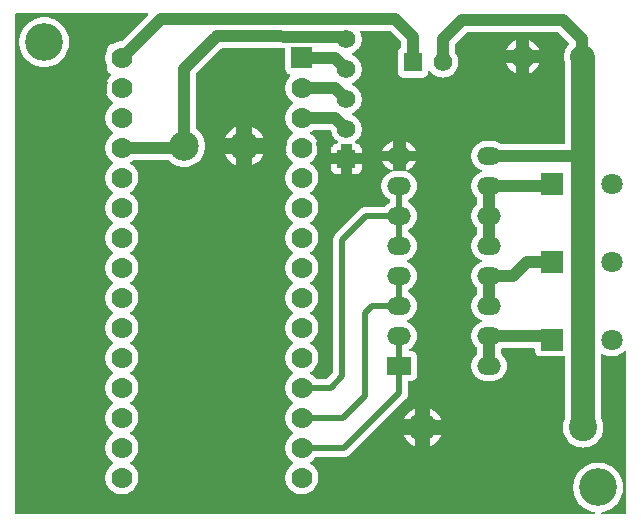
<source format=gtl>
G04 Layer: TopLayer*
G04 EasyEDA v6.5.34, 2023-08-04 19:03:51*
G04 bd8073a519a84a03b3240daa2bee514a,ed70181f279245e6aff80281ee7dc86a,10*
G04 Gerber Generator version 0.2*
G04 Scale: 100 percent, Rotated: No, Reflected: No *
G04 Dimensions in millimeters *
G04 leading zeros omitted , absolute positions ,4 integer and 5 decimal *
%FSLAX45Y45*%
%MOMM*%

%AMMACRO1*21,1,$1,$2,0,0,$3*%
%ADD10C,1.0160*%
%ADD11C,1.0000*%
%ADD12C,2.0000*%
%ADD13C,0.5080*%
%ADD14C,1.5748*%
%ADD15MACRO1,1.5748X1.5748X90.0000*%
%ADD16C,2.5000*%
%ADD17C,1.7780*%
%ADD18MACRO1,1.778X1.778X-90.0000*%
%ADD19C,2.4000*%
%ADD20O,1.9999959999999999X1.499997*%
%ADD21MACRO1,2X1.5X0.0000*%
%ADD22MACRO1,1.8X1.8X0.0000*%
%ADD23C,1.8000*%
%ADD24C,3.2000*%
%ADD25C,0.0104*%

%LPD*%
G36*
X7186168Y151384D02*
G01*
X7182256Y152146D01*
X7179005Y154381D01*
X7176770Y157632D01*
X7176008Y161544D01*
X7176008Y4383684D01*
X7176770Y4387545D01*
X7178954Y4390847D01*
X7182256Y4393082D01*
X7186168Y4393844D01*
X8288629Y4396486D01*
X8292490Y4395724D01*
X8295792Y4393539D01*
X8298027Y4390237D01*
X8298789Y4386326D01*
X8298027Y4382465D01*
X8295792Y4379163D01*
X8077403Y4160723D01*
X8074355Y4158640D01*
X8070799Y4157776D01*
X8062010Y4157268D01*
X8046262Y4154525D01*
X8030870Y4150055D01*
X8016138Y4143806D01*
X8008264Y4139336D01*
X8005876Y4138371D01*
X7992364Y4137253D01*
X7983728Y4134916D01*
X7975650Y4131157D01*
X7968284Y4126026D01*
X7961985Y4119676D01*
X7956854Y4112361D01*
X7953095Y4104284D01*
X7950758Y4095648D01*
X7949946Y4086301D01*
X7949946Y4076801D01*
X7949285Y4073093D01*
X7944662Y4061307D01*
X7940598Y4045864D01*
X7938312Y4030014D01*
X7937855Y4014012D01*
X7939227Y3998061D01*
X7942427Y3982364D01*
X7947355Y3967124D01*
X7949031Y3963466D01*
X7949946Y3959250D01*
X7949946Y3929684D01*
X7950758Y3920337D01*
X7953095Y3911701D01*
X7956854Y3903624D01*
X7961985Y3896309D01*
X7968284Y3890010D01*
X7975650Y3884879D01*
X7979816Y3882898D01*
X7983016Y3880561D01*
X7985048Y3877157D01*
X7985658Y3873246D01*
X7984744Y3869436D01*
X7982407Y3866235D01*
X7977479Y3861714D01*
X7966964Y3849624D01*
X7957972Y3836415D01*
X7950504Y3822242D01*
X7947609Y3814775D01*
X7949387Y3814775D01*
X7953146Y3814064D01*
X7956346Y3812032D01*
X7958581Y3808882D01*
X7959547Y3805174D01*
X7958988Y3801364D01*
X7954568Y3788257D01*
X7951419Y3773220D01*
X7950047Y3757828D01*
X7950504Y3742436D01*
X7953400Y3722370D01*
X7952384Y3718864D01*
X7950200Y3715918D01*
X7947101Y3713937D01*
X7954009Y3698595D01*
X7962290Y3684879D01*
X7972044Y3672179D01*
X7983220Y3660698D01*
X7995615Y3650589D01*
X8003286Y3645662D01*
X8006232Y3642766D01*
X8007807Y3638905D01*
X8007654Y3634740D01*
X8005876Y3630980D01*
X8002219Y3627932D01*
X7989265Y3618534D01*
X7977479Y3607714D01*
X7966964Y3595624D01*
X7957972Y3582415D01*
X7950504Y3568242D01*
X7944662Y3553307D01*
X7940598Y3537864D01*
X7938312Y3522014D01*
X7937855Y3506012D01*
X7939227Y3490061D01*
X7942427Y3474364D01*
X7947355Y3459124D01*
X7954009Y3444595D01*
X7962290Y3430879D01*
X7972044Y3418179D01*
X7983220Y3406698D01*
X7995615Y3396589D01*
X8003286Y3391662D01*
X8006232Y3388766D01*
X8007807Y3384905D01*
X8007654Y3380740D01*
X8005876Y3376980D01*
X8002219Y3373932D01*
X7989265Y3364534D01*
X7977479Y3353714D01*
X7966964Y3341624D01*
X7957972Y3328415D01*
X7950504Y3314242D01*
X7944662Y3299307D01*
X7940598Y3283864D01*
X7938312Y3268014D01*
X7937855Y3252012D01*
X7939227Y3236061D01*
X7942427Y3220364D01*
X7947355Y3205124D01*
X7954009Y3190595D01*
X7962290Y3176879D01*
X7972044Y3164179D01*
X7983220Y3152698D01*
X7995615Y3142589D01*
X8003286Y3137662D01*
X8006232Y3134766D01*
X8007807Y3130905D01*
X8007654Y3126740D01*
X8005876Y3122980D01*
X8002219Y3119932D01*
X7989265Y3110534D01*
X7977479Y3099714D01*
X7966964Y3087624D01*
X7957972Y3074416D01*
X7950504Y3060242D01*
X7944662Y3045307D01*
X7940598Y3029864D01*
X7938312Y3014014D01*
X7937855Y2998012D01*
X7939227Y2982061D01*
X7942427Y2966364D01*
X7947355Y2951124D01*
X7954009Y2936595D01*
X7962290Y2922879D01*
X7972044Y2910179D01*
X7983220Y2898698D01*
X7995615Y2888589D01*
X8003286Y2883662D01*
X8006232Y2880766D01*
X8007807Y2876905D01*
X8007654Y2872740D01*
X8005876Y2868980D01*
X8002219Y2865932D01*
X7989265Y2856534D01*
X7977479Y2845714D01*
X7966964Y2833624D01*
X7957972Y2820416D01*
X7950504Y2806242D01*
X7944662Y2791307D01*
X7940598Y2775864D01*
X7938312Y2760014D01*
X7937855Y2744012D01*
X7939227Y2728061D01*
X7942427Y2712364D01*
X7947355Y2697124D01*
X7954009Y2682595D01*
X7962290Y2668879D01*
X7972044Y2656179D01*
X7983220Y2644698D01*
X7995615Y2634589D01*
X8003286Y2629662D01*
X8006232Y2626766D01*
X8007807Y2622905D01*
X8007654Y2618740D01*
X8005876Y2614980D01*
X8002219Y2611932D01*
X7989265Y2602534D01*
X7977479Y2591714D01*
X7966964Y2579624D01*
X7957972Y2566416D01*
X7950504Y2552242D01*
X7944662Y2537307D01*
X7940598Y2521864D01*
X7938312Y2506014D01*
X7937855Y2490012D01*
X7939227Y2474061D01*
X7942427Y2458364D01*
X7947355Y2443124D01*
X7954009Y2428595D01*
X7962290Y2414879D01*
X7972044Y2402179D01*
X7983220Y2390698D01*
X7995615Y2380589D01*
X8003286Y2375662D01*
X8006232Y2372766D01*
X8007807Y2368905D01*
X8007654Y2364740D01*
X8005876Y2360980D01*
X8002219Y2357932D01*
X7989265Y2348534D01*
X7977479Y2337714D01*
X7966964Y2325624D01*
X7957972Y2312416D01*
X7950504Y2298242D01*
X7944662Y2283307D01*
X7940598Y2267864D01*
X7938312Y2252014D01*
X7937855Y2236012D01*
X7939227Y2220061D01*
X7942427Y2204364D01*
X7947355Y2189124D01*
X7954009Y2174595D01*
X7962290Y2160879D01*
X7972044Y2148179D01*
X7983220Y2136698D01*
X7995615Y2126589D01*
X8003286Y2121662D01*
X8006232Y2118766D01*
X8007807Y2114905D01*
X8007654Y2110740D01*
X8005876Y2106980D01*
X8002219Y2103932D01*
X7989265Y2094534D01*
X7977479Y2083714D01*
X7966964Y2071624D01*
X7957972Y2058416D01*
X7950504Y2044242D01*
X7944662Y2029307D01*
X7940598Y2013864D01*
X7938312Y1998014D01*
X7937855Y1982012D01*
X7939227Y1966061D01*
X7942427Y1950364D01*
X7947355Y1935124D01*
X7954009Y1920595D01*
X7962290Y1906879D01*
X7972044Y1894179D01*
X7983220Y1882698D01*
X7995615Y1872589D01*
X8003286Y1867662D01*
X8006232Y1864766D01*
X8007807Y1860905D01*
X8007654Y1856739D01*
X8005876Y1852980D01*
X8002219Y1849932D01*
X7989265Y1840534D01*
X7977479Y1829714D01*
X7966964Y1817624D01*
X7957972Y1804416D01*
X7950504Y1790242D01*
X7944662Y1775307D01*
X7940598Y1759864D01*
X7938312Y1744014D01*
X7937855Y1728012D01*
X7939227Y1712061D01*
X7942427Y1696364D01*
X7947355Y1681124D01*
X7954009Y1666595D01*
X7962290Y1652879D01*
X7972044Y1640179D01*
X7983220Y1628698D01*
X7995615Y1618589D01*
X8003286Y1613662D01*
X8006232Y1610766D01*
X8007807Y1606905D01*
X8007654Y1602740D01*
X8005876Y1598980D01*
X8002219Y1595932D01*
X7989265Y1586534D01*
X7977479Y1575714D01*
X7966964Y1563624D01*
X7957972Y1550416D01*
X7950504Y1536242D01*
X7944662Y1521307D01*
X7940598Y1505864D01*
X7938312Y1490014D01*
X7937855Y1474012D01*
X7939227Y1458061D01*
X7942427Y1442364D01*
X7947355Y1427124D01*
X7954009Y1412595D01*
X7962290Y1398879D01*
X7972044Y1386179D01*
X7983220Y1374698D01*
X7995615Y1364589D01*
X8003286Y1359662D01*
X8006232Y1356766D01*
X8007807Y1352905D01*
X8007654Y1348740D01*
X8005876Y1344980D01*
X8002219Y1341932D01*
X7989265Y1332534D01*
X7977479Y1321714D01*
X7966964Y1309624D01*
X7957972Y1296416D01*
X7950504Y1282242D01*
X7944662Y1267307D01*
X7940598Y1251864D01*
X7938312Y1236014D01*
X7937855Y1220012D01*
X7939227Y1204061D01*
X7942427Y1188364D01*
X7947355Y1173124D01*
X7954009Y1158595D01*
X7962290Y1144879D01*
X7972044Y1132179D01*
X7983220Y1120698D01*
X7995615Y1110589D01*
X8003286Y1105662D01*
X8006232Y1102766D01*
X8007807Y1098905D01*
X8007654Y1094740D01*
X8005876Y1090980D01*
X8002219Y1087932D01*
X7989265Y1078534D01*
X7977479Y1067714D01*
X7966964Y1055624D01*
X7957972Y1042416D01*
X7950504Y1028242D01*
X7944662Y1013307D01*
X7940598Y997864D01*
X7938312Y982014D01*
X7937855Y966012D01*
X7939227Y950061D01*
X7942427Y934364D01*
X7947355Y919124D01*
X7954009Y904595D01*
X7962290Y890879D01*
X7972044Y878179D01*
X7983220Y866698D01*
X7995615Y856589D01*
X8003286Y851662D01*
X8006232Y848766D01*
X8007807Y844905D01*
X8007654Y840740D01*
X8005876Y836980D01*
X8002219Y833932D01*
X7989265Y824534D01*
X7977479Y813714D01*
X7966964Y801624D01*
X7957972Y788416D01*
X7950504Y774242D01*
X7944662Y759307D01*
X7940598Y743864D01*
X7938312Y728014D01*
X7937855Y712012D01*
X7939227Y696061D01*
X7942427Y680364D01*
X7947355Y665124D01*
X7954009Y650595D01*
X7962290Y636879D01*
X7972044Y624179D01*
X7983220Y612698D01*
X7995615Y602589D01*
X8003286Y597662D01*
X8006232Y594766D01*
X8007807Y590905D01*
X8007654Y586740D01*
X8005876Y582980D01*
X8002219Y579932D01*
X7989265Y570534D01*
X7977479Y559714D01*
X7966964Y547624D01*
X7957972Y534416D01*
X7950504Y520242D01*
X7944662Y505307D01*
X7940598Y489864D01*
X7938312Y474014D01*
X7937855Y458012D01*
X7939227Y442061D01*
X7942427Y426364D01*
X7947355Y411124D01*
X7954009Y396595D01*
X7962290Y382879D01*
X7972044Y370179D01*
X7983220Y358698D01*
X7995615Y348589D01*
X8009077Y339953D01*
X8023453Y332841D01*
X8038490Y327507D01*
X8054086Y323850D01*
X8069986Y322021D01*
X8085988Y322021D01*
X8103006Y324002D01*
X8118043Y327660D01*
X8132572Y332841D01*
X8146948Y339953D01*
X8160410Y348589D01*
X8172805Y358698D01*
X8183930Y370179D01*
X8193735Y382879D01*
X8202015Y396595D01*
X8208619Y411124D01*
X8213598Y426364D01*
X8216747Y442061D01*
X8218119Y458012D01*
X8217662Y474014D01*
X8215426Y489864D01*
X8211312Y505307D01*
X8205520Y520242D01*
X8198053Y534416D01*
X8189010Y547624D01*
X8178546Y559714D01*
X8166760Y570534D01*
X8153247Y580237D01*
X8150098Y582980D01*
X8148320Y586740D01*
X8148218Y590905D01*
X8149793Y594766D01*
X8152739Y597662D01*
X8160410Y602589D01*
X8172805Y612698D01*
X8183930Y624179D01*
X8193735Y636879D01*
X8202015Y650595D01*
X8208619Y665124D01*
X8213598Y680364D01*
X8216747Y696061D01*
X8218119Y712012D01*
X8217662Y728014D01*
X8215426Y743864D01*
X8211312Y759307D01*
X8205520Y774242D01*
X8198053Y788416D01*
X8189010Y801624D01*
X8178546Y813714D01*
X8166760Y824534D01*
X8153247Y834237D01*
X8150098Y836980D01*
X8148320Y840740D01*
X8148218Y844905D01*
X8149793Y848766D01*
X8152739Y851662D01*
X8160410Y856589D01*
X8172805Y866698D01*
X8183930Y878179D01*
X8193735Y890879D01*
X8202015Y904595D01*
X8208619Y919124D01*
X8213598Y934364D01*
X8216747Y950061D01*
X8218119Y966012D01*
X8217662Y982014D01*
X8215426Y997864D01*
X8211312Y1013307D01*
X8205520Y1028242D01*
X8198053Y1042416D01*
X8189010Y1055624D01*
X8178546Y1067714D01*
X8166760Y1078534D01*
X8153247Y1088237D01*
X8150098Y1090980D01*
X8148320Y1094740D01*
X8148218Y1098905D01*
X8149793Y1102766D01*
X8152739Y1105662D01*
X8160410Y1110589D01*
X8172805Y1120698D01*
X8183930Y1132179D01*
X8193735Y1144879D01*
X8202015Y1158595D01*
X8208619Y1173124D01*
X8213598Y1188364D01*
X8216747Y1204061D01*
X8218119Y1220012D01*
X8217662Y1236014D01*
X8215426Y1251864D01*
X8211312Y1267307D01*
X8205520Y1282242D01*
X8198053Y1296416D01*
X8189010Y1309624D01*
X8178546Y1321714D01*
X8166760Y1332534D01*
X8153247Y1342237D01*
X8150098Y1344980D01*
X8148320Y1348740D01*
X8148218Y1352905D01*
X8149793Y1356766D01*
X8152739Y1359662D01*
X8160410Y1364589D01*
X8172805Y1374698D01*
X8183930Y1386179D01*
X8193735Y1398879D01*
X8202015Y1412595D01*
X8208619Y1427124D01*
X8213598Y1442364D01*
X8216747Y1458061D01*
X8218119Y1474012D01*
X8217662Y1490014D01*
X8215426Y1505864D01*
X8211312Y1521307D01*
X8205520Y1536242D01*
X8198053Y1550416D01*
X8189010Y1563624D01*
X8178546Y1575714D01*
X8166760Y1586534D01*
X8153247Y1596237D01*
X8150098Y1598980D01*
X8148320Y1602740D01*
X8148218Y1606905D01*
X8149793Y1610766D01*
X8152739Y1613662D01*
X8160410Y1618589D01*
X8172805Y1628698D01*
X8183930Y1640179D01*
X8193735Y1652879D01*
X8202015Y1666595D01*
X8208619Y1681124D01*
X8213598Y1696364D01*
X8216747Y1712061D01*
X8218119Y1728012D01*
X8217662Y1744014D01*
X8215426Y1759864D01*
X8211312Y1775307D01*
X8205520Y1790242D01*
X8198053Y1804416D01*
X8189010Y1817624D01*
X8178546Y1829714D01*
X8166760Y1840534D01*
X8153247Y1850237D01*
X8150098Y1852980D01*
X8148320Y1856739D01*
X8148218Y1860905D01*
X8149793Y1864766D01*
X8152739Y1867662D01*
X8160410Y1872589D01*
X8172805Y1882698D01*
X8183930Y1894179D01*
X8193735Y1906879D01*
X8202015Y1920595D01*
X8208619Y1935124D01*
X8213598Y1950364D01*
X8216747Y1966061D01*
X8218119Y1982012D01*
X8217662Y1998014D01*
X8215426Y2013864D01*
X8211312Y2029307D01*
X8205520Y2044242D01*
X8198053Y2058416D01*
X8189010Y2071624D01*
X8178546Y2083714D01*
X8166760Y2094534D01*
X8153247Y2104237D01*
X8150098Y2106980D01*
X8148320Y2110740D01*
X8148218Y2114905D01*
X8149793Y2118766D01*
X8152739Y2121662D01*
X8160410Y2126589D01*
X8172805Y2136698D01*
X8183930Y2148179D01*
X8193735Y2160879D01*
X8202015Y2174595D01*
X8208619Y2189124D01*
X8213598Y2204364D01*
X8216747Y2220061D01*
X8218119Y2236012D01*
X8217662Y2252014D01*
X8215426Y2267864D01*
X8211312Y2283307D01*
X8205520Y2298242D01*
X8198053Y2312416D01*
X8189010Y2325624D01*
X8178546Y2337714D01*
X8166760Y2348534D01*
X8153247Y2358237D01*
X8150098Y2360980D01*
X8148320Y2364740D01*
X8148218Y2368905D01*
X8149793Y2372766D01*
X8152739Y2375662D01*
X8160410Y2380589D01*
X8172805Y2390698D01*
X8183930Y2402179D01*
X8193735Y2414879D01*
X8202015Y2428595D01*
X8208619Y2443124D01*
X8213598Y2458364D01*
X8216747Y2474061D01*
X8218119Y2490012D01*
X8217662Y2506014D01*
X8215426Y2521864D01*
X8211312Y2537307D01*
X8205520Y2552242D01*
X8198053Y2566416D01*
X8189010Y2579624D01*
X8178546Y2591714D01*
X8166760Y2602534D01*
X8153247Y2612237D01*
X8150098Y2614980D01*
X8148320Y2618740D01*
X8148218Y2622905D01*
X8149793Y2626766D01*
X8152739Y2629662D01*
X8160410Y2634589D01*
X8172805Y2644698D01*
X8183930Y2656179D01*
X8193735Y2668879D01*
X8202015Y2682595D01*
X8208619Y2697124D01*
X8213598Y2712364D01*
X8216747Y2728061D01*
X8218119Y2744012D01*
X8217662Y2760014D01*
X8215426Y2775864D01*
X8211312Y2791307D01*
X8205520Y2806242D01*
X8198053Y2820416D01*
X8189010Y2833624D01*
X8178546Y2845714D01*
X8166760Y2856534D01*
X8153247Y2866237D01*
X8150098Y2868980D01*
X8148320Y2872740D01*
X8148218Y2876905D01*
X8149793Y2880766D01*
X8152739Y2883662D01*
X8160410Y2888589D01*
X8172805Y2898698D01*
X8183930Y2910179D01*
X8193735Y2922879D01*
X8202015Y2936595D01*
X8208619Y2951124D01*
X8213598Y2966364D01*
X8216747Y2982061D01*
X8218119Y2998012D01*
X8217662Y3014014D01*
X8215426Y3029864D01*
X8211312Y3045307D01*
X8205520Y3060242D01*
X8198053Y3074416D01*
X8189010Y3087624D01*
X8178546Y3099714D01*
X8166760Y3110534D01*
X8153247Y3120237D01*
X8150098Y3122980D01*
X8148320Y3126740D01*
X8148218Y3130905D01*
X8149793Y3134766D01*
X8152739Y3137662D01*
X8160410Y3142589D01*
X8172450Y3152444D01*
X8175447Y3154121D01*
X8178850Y3154730D01*
X8468207Y3154730D01*
X8472170Y3153918D01*
X8475522Y3151632D01*
X8486241Y3140608D01*
X8500211Y3128975D01*
X8515248Y3118866D01*
X8531250Y3110331D01*
X8548065Y3103473D01*
X8565489Y3098444D01*
X8583371Y3095142D01*
X8601456Y3093770D01*
X8619591Y3094228D01*
X8637625Y3096564D01*
X8655253Y3100730D01*
X8672423Y3106674D01*
X8688882Y3114395D01*
X8704427Y3123742D01*
X8718956Y3134614D01*
X8732266Y3146958D01*
X8744254Y3160572D01*
X8754770Y3175406D01*
X8763711Y3191205D01*
X8770975Y3207816D01*
X8776462Y3225088D01*
X8780221Y3242868D01*
X8782050Y3260902D01*
X8782050Y3279089D01*
X8780221Y3297123D01*
X8776462Y3314903D01*
X8770975Y3332175D01*
X8763711Y3348837D01*
X8754770Y3364636D01*
X8744254Y3379419D01*
X8732266Y3393033D01*
X8718956Y3405378D01*
X8711387Y3411067D01*
X8709202Y3413302D01*
X8707780Y3416096D01*
X8707323Y3419195D01*
X8707323Y3879900D01*
X8708085Y3883761D01*
X8710269Y3887063D01*
X8918854Y4095648D01*
X8922156Y4097832D01*
X8926068Y4098594D01*
X9451644Y4097629D01*
X9455556Y4096867D01*
X9458807Y4094683D01*
X9461042Y4091381D01*
X9461804Y4087469D01*
X9461804Y3929532D01*
X9462617Y3920185D01*
X9464903Y3911549D01*
X9468713Y3903472D01*
X9473844Y3896156D01*
X9480143Y3889806D01*
X9487458Y3884676D01*
X9495586Y3880916D01*
X9498482Y3880154D01*
X9502292Y3878173D01*
X9504984Y3874770D01*
X9506000Y3870604D01*
X9505188Y3866387D01*
X9502698Y3862832D01*
X9501479Y3861714D01*
X9490964Y3849624D01*
X9481972Y3836415D01*
X9474504Y3822242D01*
X9468662Y3807307D01*
X9464598Y3791864D01*
X9462312Y3776014D01*
X9461855Y3760012D01*
X9463227Y3744061D01*
X9466427Y3728364D01*
X9471355Y3713124D01*
X9478010Y3698595D01*
X9486290Y3684879D01*
X9496044Y3672179D01*
X9507220Y3660698D01*
X9519615Y3650589D01*
X9527286Y3645662D01*
X9530232Y3642766D01*
X9531807Y3638905D01*
X9531654Y3634740D01*
X9529876Y3630980D01*
X9526219Y3627932D01*
X9513265Y3618534D01*
X9501479Y3607714D01*
X9490964Y3595624D01*
X9481972Y3582415D01*
X9474504Y3568242D01*
X9468662Y3553307D01*
X9464598Y3537864D01*
X9462312Y3522014D01*
X9461855Y3506012D01*
X9463227Y3490061D01*
X9466427Y3474364D01*
X9471355Y3459124D01*
X9478010Y3444595D01*
X9486290Y3430879D01*
X9496044Y3418179D01*
X9507220Y3406698D01*
X9519615Y3396589D01*
X9527286Y3391662D01*
X9530232Y3388766D01*
X9531807Y3384905D01*
X9531654Y3380740D01*
X9529876Y3376980D01*
X9526219Y3373932D01*
X9513265Y3364534D01*
X9501479Y3353714D01*
X9490964Y3341624D01*
X9481972Y3328415D01*
X9474504Y3314242D01*
X9471507Y3306572D01*
X9475368Y3304844D01*
X9478213Y3301644D01*
X9479483Y3297631D01*
X9479026Y3293364D01*
X9474555Y3280257D01*
X9471406Y3265220D01*
X9470034Y3249828D01*
X9470491Y3234436D01*
X9473387Y3214471D01*
X9472472Y3211017D01*
X9470390Y3208121D01*
X9471355Y3205124D01*
X9478010Y3190595D01*
X9486290Y3176879D01*
X9496044Y3164179D01*
X9507220Y3152698D01*
X9519615Y3142589D01*
X9527286Y3137662D01*
X9530232Y3134766D01*
X9531807Y3130905D01*
X9531654Y3126740D01*
X9529876Y3122980D01*
X9526219Y3119932D01*
X9513265Y3110534D01*
X9501479Y3099714D01*
X9490964Y3087624D01*
X9481972Y3074416D01*
X9474504Y3060242D01*
X9468662Y3045307D01*
X9464598Y3029864D01*
X9462312Y3014014D01*
X9461855Y2998012D01*
X9463227Y2982061D01*
X9466427Y2966364D01*
X9471355Y2951124D01*
X9478010Y2936595D01*
X9486290Y2922879D01*
X9496044Y2910179D01*
X9507220Y2898698D01*
X9519615Y2888589D01*
X9527286Y2883662D01*
X9530232Y2880766D01*
X9531807Y2876905D01*
X9531654Y2872740D01*
X9529876Y2868980D01*
X9526219Y2865932D01*
X9513265Y2856534D01*
X9501479Y2845714D01*
X9490964Y2833624D01*
X9481972Y2820416D01*
X9474504Y2806242D01*
X9468662Y2791307D01*
X9464598Y2775864D01*
X9462312Y2760014D01*
X9461855Y2744012D01*
X9463227Y2728061D01*
X9466427Y2712364D01*
X9471355Y2697124D01*
X9478010Y2682595D01*
X9486290Y2668879D01*
X9496044Y2656179D01*
X9507220Y2644698D01*
X9519615Y2634589D01*
X9527286Y2629662D01*
X9530232Y2626766D01*
X9531807Y2622905D01*
X9531654Y2618740D01*
X9529876Y2614980D01*
X9526219Y2611932D01*
X9513265Y2602534D01*
X9501479Y2591714D01*
X9490964Y2579624D01*
X9481972Y2566416D01*
X9474504Y2552242D01*
X9468662Y2537307D01*
X9464598Y2521864D01*
X9462312Y2506014D01*
X9461855Y2490012D01*
X9463227Y2474061D01*
X9466427Y2458364D01*
X9471355Y2443124D01*
X9478010Y2428595D01*
X9486290Y2414879D01*
X9496044Y2402179D01*
X9507220Y2390698D01*
X9519615Y2380589D01*
X9527286Y2375662D01*
X9530232Y2372766D01*
X9531807Y2368905D01*
X9531654Y2364740D01*
X9529876Y2360980D01*
X9526219Y2357932D01*
X9513265Y2348534D01*
X9501479Y2337714D01*
X9490964Y2325624D01*
X9481972Y2312416D01*
X9474504Y2298242D01*
X9468662Y2283307D01*
X9464598Y2267864D01*
X9462312Y2252014D01*
X9461855Y2236012D01*
X9463227Y2220061D01*
X9466427Y2204364D01*
X9471355Y2189124D01*
X9478010Y2174595D01*
X9486290Y2160879D01*
X9496044Y2148179D01*
X9507220Y2136698D01*
X9519615Y2126589D01*
X9527286Y2121662D01*
X9530232Y2118766D01*
X9531807Y2114905D01*
X9531654Y2110740D01*
X9529876Y2106980D01*
X9526219Y2103932D01*
X9513265Y2094534D01*
X9501479Y2083714D01*
X9490964Y2071624D01*
X9481972Y2058416D01*
X9474504Y2044242D01*
X9468662Y2029307D01*
X9464598Y2013864D01*
X9462312Y1998014D01*
X9461855Y1982012D01*
X9463227Y1966061D01*
X9466427Y1950364D01*
X9471355Y1935124D01*
X9478010Y1920595D01*
X9486290Y1906879D01*
X9496044Y1894179D01*
X9507220Y1882698D01*
X9519615Y1872589D01*
X9527286Y1867662D01*
X9530232Y1864766D01*
X9531807Y1860905D01*
X9531654Y1856739D01*
X9529876Y1852980D01*
X9526219Y1849932D01*
X9513265Y1840534D01*
X9501479Y1829714D01*
X9490964Y1817624D01*
X9481972Y1804416D01*
X9474504Y1790242D01*
X9468662Y1775307D01*
X9464598Y1759864D01*
X9462312Y1744014D01*
X9461855Y1728012D01*
X9463227Y1712061D01*
X9466427Y1696364D01*
X9471355Y1681124D01*
X9478010Y1666595D01*
X9486290Y1652879D01*
X9496044Y1640179D01*
X9507220Y1628698D01*
X9519615Y1618589D01*
X9527286Y1613662D01*
X9530232Y1610766D01*
X9531807Y1606905D01*
X9531654Y1602740D01*
X9529876Y1598980D01*
X9526219Y1595932D01*
X9513265Y1586534D01*
X9501479Y1575714D01*
X9490964Y1563624D01*
X9481972Y1550416D01*
X9474504Y1536242D01*
X9468662Y1521307D01*
X9464598Y1505864D01*
X9462312Y1490014D01*
X9461855Y1474012D01*
X9463227Y1458061D01*
X9466427Y1442364D01*
X9471355Y1427124D01*
X9478010Y1412595D01*
X9486290Y1398879D01*
X9496044Y1386179D01*
X9507220Y1374698D01*
X9519615Y1364589D01*
X9527286Y1359662D01*
X9530232Y1356766D01*
X9531807Y1352905D01*
X9531654Y1348740D01*
X9529876Y1344980D01*
X9526219Y1341932D01*
X9513265Y1332534D01*
X9501479Y1321714D01*
X9490964Y1309624D01*
X9481972Y1296416D01*
X9474504Y1282242D01*
X9468662Y1267307D01*
X9464598Y1251864D01*
X9462312Y1236014D01*
X9461855Y1220012D01*
X9463227Y1204061D01*
X9466427Y1188364D01*
X9471355Y1173124D01*
X9478010Y1158595D01*
X9486290Y1144879D01*
X9496044Y1132179D01*
X9507220Y1120698D01*
X9519615Y1110589D01*
X9527286Y1105662D01*
X9530232Y1102766D01*
X9531807Y1098905D01*
X9531654Y1094740D01*
X9529876Y1090980D01*
X9526219Y1087932D01*
X9513265Y1078534D01*
X9501479Y1067714D01*
X9490964Y1055624D01*
X9481972Y1042416D01*
X9474504Y1028242D01*
X9468662Y1013307D01*
X9464598Y997864D01*
X9462312Y982014D01*
X9461855Y966012D01*
X9463227Y950061D01*
X9466427Y934364D01*
X9471355Y919124D01*
X9478010Y904595D01*
X9486290Y890879D01*
X9496044Y878179D01*
X9507220Y866698D01*
X9519615Y856589D01*
X9527286Y851662D01*
X9530232Y848766D01*
X9531807Y844905D01*
X9531654Y840740D01*
X9529876Y836980D01*
X9526219Y833932D01*
X9513265Y824534D01*
X9501479Y813714D01*
X9490964Y801624D01*
X9481972Y788416D01*
X9474504Y774242D01*
X9468662Y759307D01*
X9464598Y743864D01*
X9462312Y728014D01*
X9461855Y712012D01*
X9463227Y696061D01*
X9466427Y680364D01*
X9471355Y665124D01*
X9478010Y650595D01*
X9486290Y636879D01*
X9496044Y624179D01*
X9507220Y612698D01*
X9519615Y602589D01*
X9527286Y597662D01*
X9530232Y594766D01*
X9531807Y590905D01*
X9531654Y586740D01*
X9529876Y582980D01*
X9526219Y579932D01*
X9513265Y570534D01*
X9501479Y559714D01*
X9490964Y547624D01*
X9481972Y534416D01*
X9474504Y520242D01*
X9468662Y505307D01*
X9464598Y489864D01*
X9462312Y474014D01*
X9461855Y458012D01*
X9463227Y442061D01*
X9466427Y426364D01*
X9471355Y411124D01*
X9478010Y396595D01*
X9486290Y382879D01*
X9496044Y370179D01*
X9507220Y358698D01*
X9519615Y348589D01*
X9533077Y339953D01*
X9547453Y332841D01*
X9562541Y327456D01*
X9576968Y324002D01*
X9593986Y322021D01*
X9609988Y322021D01*
X9625888Y323850D01*
X9641484Y327507D01*
X9656572Y332841D01*
X9670948Y339953D01*
X9684410Y348589D01*
X9696805Y358698D01*
X9707930Y370179D01*
X9717735Y382879D01*
X9726015Y396595D01*
X9732619Y411124D01*
X9737598Y426364D01*
X9740747Y442061D01*
X9742119Y458012D01*
X9741662Y474014D01*
X9739426Y489864D01*
X9735312Y505307D01*
X9729520Y520242D01*
X9722053Y534416D01*
X9713010Y547624D01*
X9702546Y559714D01*
X9690760Y570534D01*
X9677247Y580237D01*
X9674098Y582980D01*
X9672320Y586740D01*
X9672218Y590905D01*
X9673793Y594766D01*
X9676739Y597662D01*
X9684410Y602589D01*
X9696805Y612698D01*
X9707930Y624179D01*
X9716566Y635355D01*
X9718802Y637489D01*
X9721545Y638810D01*
X9724593Y639267D01*
X9964267Y639368D01*
X9973208Y640181D01*
X9975697Y640588D01*
X9986772Y643534D01*
X9995052Y646988D01*
X9997287Y648106D01*
X10004958Y652729D01*
X10006990Y654151D01*
X10013899Y659892D01*
X10482783Y1128776D01*
X10488523Y1135684D01*
X10489946Y1137716D01*
X10494619Y1145438D01*
X10495737Y1147673D01*
X10499953Y1158290D01*
X10502087Y1167028D01*
X10502493Y1169466D01*
X10503357Y1178407D01*
X10503408Y1273251D01*
X10504170Y1277112D01*
X10506405Y1280414D01*
X10509656Y1282598D01*
X10513568Y1283411D01*
X10526268Y1283411D01*
X10535615Y1284224D01*
X10544251Y1286510D01*
X10552328Y1290320D01*
X10559643Y1295450D01*
X10565993Y1301750D01*
X10571124Y1309065D01*
X10574883Y1317142D01*
X10577169Y1325778D01*
X10578033Y1335125D01*
X10578033Y1484274D01*
X10577169Y1493621D01*
X10574883Y1502257D01*
X10571124Y1510334D01*
X10565993Y1517650D01*
X10559643Y1523949D01*
X10552328Y1529080D01*
X10544251Y1532890D01*
X10535615Y1535176D01*
X10526268Y1535988D01*
X10520578Y1535988D01*
X10516311Y1536954D01*
X10512856Y1539595D01*
X10510774Y1543456D01*
X10510570Y1547774D01*
X10512145Y1551838D01*
X10515346Y1554886D01*
X10523423Y1559763D01*
X10535462Y1569161D01*
X10546232Y1579930D01*
X10555630Y1591970D01*
X10563504Y1605026D01*
X10569803Y1618894D01*
X10574324Y1633474D01*
X10577068Y1648460D01*
X10577982Y1663700D01*
X10577068Y1678939D01*
X10574324Y1693925D01*
X10569803Y1708505D01*
X10563504Y1722374D01*
X10555630Y1735429D01*
X10546232Y1747469D01*
X10535462Y1758238D01*
X10523423Y1767636D01*
X10510367Y1775510D01*
X10497261Y1781454D01*
X10494111Y1783638D01*
X10491978Y1786889D01*
X10491266Y1790700D01*
X10491978Y1794510D01*
X10494111Y1797761D01*
X10497261Y1799945D01*
X10510367Y1805889D01*
X10523423Y1813763D01*
X10535462Y1823161D01*
X10546232Y1833930D01*
X10555630Y1845970D01*
X10563504Y1859025D01*
X10569803Y1872894D01*
X10574324Y1887474D01*
X10577068Y1902460D01*
X10577982Y1917700D01*
X10577068Y1932939D01*
X10574324Y1947925D01*
X10569803Y1962505D01*
X10563504Y1976374D01*
X10555630Y1989429D01*
X10546232Y2001469D01*
X10535462Y2012238D01*
X10523423Y2021636D01*
X10510367Y2029510D01*
X10506252Y2032203D01*
X10504119Y2035454D01*
X10503408Y2039213D01*
X10503408Y2050186D01*
X10504119Y2053945D01*
X10506252Y2057196D01*
X10510367Y2059889D01*
X10523423Y2067763D01*
X10535462Y2077161D01*
X10546232Y2087930D01*
X10555630Y2099970D01*
X10563504Y2113026D01*
X10569803Y2126894D01*
X10574324Y2141474D01*
X10577068Y2156460D01*
X10577982Y2171700D01*
X10577068Y2186940D01*
X10574324Y2201926D01*
X10569803Y2216505D01*
X10563504Y2230374D01*
X10555630Y2243429D01*
X10546232Y2255469D01*
X10535462Y2266238D01*
X10523423Y2275636D01*
X10510367Y2283510D01*
X10497261Y2289454D01*
X10494111Y2291638D01*
X10491978Y2294890D01*
X10491266Y2298700D01*
X10491978Y2302510D01*
X10494111Y2305761D01*
X10497261Y2307945D01*
X10510367Y2313889D01*
X10523423Y2321763D01*
X10535462Y2331161D01*
X10546232Y2341930D01*
X10555630Y2353970D01*
X10563504Y2367026D01*
X10569803Y2380894D01*
X10574324Y2395474D01*
X10577068Y2410460D01*
X10577982Y2425700D01*
X10577068Y2440940D01*
X10574324Y2455926D01*
X10569803Y2470505D01*
X10563504Y2484374D01*
X10555630Y2497429D01*
X10546232Y2509469D01*
X10535462Y2520238D01*
X10523423Y2529636D01*
X10510367Y2537510D01*
X10506252Y2540203D01*
X10504119Y2543454D01*
X10503408Y2547213D01*
X10503408Y2558186D01*
X10504119Y2561945D01*
X10506252Y2565196D01*
X10510367Y2567889D01*
X10523423Y2575763D01*
X10535462Y2585161D01*
X10546232Y2595930D01*
X10555630Y2607970D01*
X10563504Y2621026D01*
X10569803Y2634894D01*
X10574324Y2649474D01*
X10577068Y2664460D01*
X10577982Y2679700D01*
X10577068Y2694940D01*
X10574324Y2709926D01*
X10569803Y2724505D01*
X10563504Y2738374D01*
X10555630Y2751429D01*
X10546232Y2763469D01*
X10535462Y2774238D01*
X10523423Y2783636D01*
X10510367Y2791510D01*
X10506252Y2794203D01*
X10504119Y2797454D01*
X10503408Y2801213D01*
X10503408Y2812186D01*
X10504119Y2815945D01*
X10506252Y2819196D01*
X10510367Y2821889D01*
X10523423Y2829763D01*
X10535462Y2839161D01*
X10546232Y2849930D01*
X10555630Y2861970D01*
X10563504Y2875026D01*
X10569803Y2888894D01*
X10574324Y2903474D01*
X10577068Y2918460D01*
X10577982Y2933700D01*
X10577068Y2948940D01*
X10574324Y2963926D01*
X10569803Y2978505D01*
X10563504Y2992374D01*
X10555630Y3005429D01*
X10546232Y3017469D01*
X10535462Y3028238D01*
X10523423Y3037636D01*
X10510367Y3045510D01*
X10497261Y3051454D01*
X10494111Y3053638D01*
X10491978Y3056890D01*
X10491266Y3060700D01*
X10491978Y3064510D01*
X10494111Y3067761D01*
X10497261Y3069945D01*
X10510367Y3075889D01*
X10523423Y3083763D01*
X10535462Y3093161D01*
X10546232Y3103930D01*
X10555630Y3115970D01*
X10563504Y3129026D01*
X10569803Y3142894D01*
X10570057Y3143859D01*
X10483037Y3143859D01*
X10483037Y3068320D01*
X10482072Y3064002D01*
X10479379Y3060496D01*
X10475468Y3058464D01*
X10471048Y3058312D01*
X10466933Y3059074D01*
X10451388Y3059988D01*
X10402011Y3059988D01*
X10386466Y3059074D01*
X10382351Y3058312D01*
X10377932Y3058464D01*
X10374020Y3060496D01*
X10371328Y3064002D01*
X10370362Y3068320D01*
X10370362Y3143859D01*
X10283342Y3143859D01*
X10283596Y3142894D01*
X10289895Y3129026D01*
X10297769Y3115970D01*
X10307167Y3103930D01*
X10317937Y3093161D01*
X10329976Y3083763D01*
X10343032Y3075889D01*
X10356138Y3069945D01*
X10359288Y3067761D01*
X10361422Y3064510D01*
X10362133Y3060700D01*
X10361422Y3056890D01*
X10359288Y3053638D01*
X10356138Y3051454D01*
X10343032Y3045510D01*
X10329976Y3037636D01*
X10317937Y3028238D01*
X10307167Y3017469D01*
X10297769Y3005429D01*
X10289895Y2992374D01*
X10283596Y2978505D01*
X10279075Y2963926D01*
X10276332Y2948940D01*
X10275417Y2933700D01*
X10276332Y2918460D01*
X10279075Y2903474D01*
X10283596Y2888894D01*
X10289895Y2875026D01*
X10297769Y2861970D01*
X10307167Y2849930D01*
X10317937Y2839161D01*
X10329976Y2829763D01*
X10343032Y2821889D01*
X10347147Y2819196D01*
X10349280Y2815945D01*
X10349992Y2812186D01*
X10349992Y2801213D01*
X10349280Y2797454D01*
X10347147Y2794203D01*
X10343032Y2791510D01*
X10329976Y2783636D01*
X10317937Y2774238D01*
X10307167Y2763469D01*
X10304729Y2760319D01*
X10302494Y2758186D01*
X10299750Y2756865D01*
X10296702Y2756408D01*
X10144607Y2756357D01*
X10135666Y2755493D01*
X10133228Y2755087D01*
X10124490Y2752953D01*
X10113873Y2748737D01*
X10111638Y2747619D01*
X10103916Y2742946D01*
X10101884Y2741523D01*
X10094976Y2735783D01*
X9888016Y2528824D01*
X9882276Y2521915D01*
X9880854Y2519883D01*
X9876180Y2512161D01*
X9875062Y2509926D01*
X9870846Y2499309D01*
X9868712Y2490571D01*
X9868306Y2488133D01*
X9867442Y2479192D01*
X9867392Y1356766D01*
X9866630Y1352905D01*
X9864394Y1349603D01*
X9818522Y1303680D01*
X9815220Y1301496D01*
X9811308Y1300683D01*
X9724491Y1300683D01*
X9721240Y1301242D01*
X9718344Y1302766D01*
X9716058Y1305153D01*
X9713010Y1309624D01*
X9702546Y1321714D01*
X9690760Y1332534D01*
X9677247Y1342237D01*
X9674098Y1344980D01*
X9672320Y1348740D01*
X9672218Y1352905D01*
X9673793Y1356766D01*
X9676739Y1359662D01*
X9684410Y1364589D01*
X9696805Y1374698D01*
X9707930Y1386179D01*
X9717735Y1398879D01*
X9726015Y1412595D01*
X9732619Y1427124D01*
X9737598Y1442364D01*
X9740747Y1458061D01*
X9742119Y1474012D01*
X9741662Y1490014D01*
X9739426Y1505864D01*
X9735312Y1521307D01*
X9729520Y1536242D01*
X9722053Y1550416D01*
X9713010Y1563624D01*
X9702546Y1575714D01*
X9690760Y1586534D01*
X9677247Y1596237D01*
X9674098Y1598980D01*
X9672320Y1602740D01*
X9672218Y1606905D01*
X9673793Y1610766D01*
X9676739Y1613662D01*
X9684410Y1618589D01*
X9696805Y1628698D01*
X9707930Y1640179D01*
X9717735Y1652879D01*
X9726015Y1666595D01*
X9732619Y1681124D01*
X9737598Y1696364D01*
X9740747Y1712061D01*
X9742119Y1728012D01*
X9741662Y1744014D01*
X9739426Y1759864D01*
X9735312Y1775307D01*
X9729520Y1790242D01*
X9722053Y1804416D01*
X9713010Y1817624D01*
X9702546Y1829714D01*
X9690760Y1840534D01*
X9677247Y1850237D01*
X9674098Y1852980D01*
X9672320Y1856739D01*
X9672218Y1860905D01*
X9673793Y1864766D01*
X9676739Y1867662D01*
X9684410Y1872589D01*
X9696805Y1882698D01*
X9707930Y1894179D01*
X9717735Y1906879D01*
X9726015Y1920595D01*
X9732619Y1935124D01*
X9737598Y1950364D01*
X9740747Y1966061D01*
X9742119Y1982012D01*
X9741662Y1998014D01*
X9739426Y2013864D01*
X9735312Y2029307D01*
X9729520Y2044242D01*
X9722053Y2058416D01*
X9713010Y2071624D01*
X9702546Y2083714D01*
X9690760Y2094534D01*
X9677247Y2104237D01*
X9674098Y2106980D01*
X9672320Y2110740D01*
X9672218Y2114905D01*
X9673793Y2118766D01*
X9676739Y2121662D01*
X9684410Y2126589D01*
X9696805Y2136698D01*
X9707930Y2148179D01*
X9717735Y2160879D01*
X9726015Y2174595D01*
X9732619Y2189124D01*
X9737598Y2204364D01*
X9740747Y2220061D01*
X9742119Y2236012D01*
X9741662Y2252014D01*
X9739426Y2267864D01*
X9735312Y2283307D01*
X9729520Y2298242D01*
X9722053Y2312416D01*
X9713010Y2325624D01*
X9702546Y2337714D01*
X9690760Y2348534D01*
X9677247Y2358237D01*
X9674098Y2360980D01*
X9672320Y2364740D01*
X9672218Y2368905D01*
X9673793Y2372766D01*
X9676739Y2375662D01*
X9684410Y2380589D01*
X9696805Y2390698D01*
X9707930Y2402179D01*
X9717735Y2414879D01*
X9726015Y2428595D01*
X9732619Y2443124D01*
X9737598Y2458364D01*
X9740747Y2474061D01*
X9742119Y2490012D01*
X9741662Y2506014D01*
X9739426Y2521864D01*
X9735312Y2537307D01*
X9729520Y2552242D01*
X9722053Y2566416D01*
X9713010Y2579624D01*
X9702546Y2591714D01*
X9690760Y2602534D01*
X9677247Y2612237D01*
X9674098Y2614980D01*
X9672320Y2618740D01*
X9672218Y2622905D01*
X9673793Y2626766D01*
X9676739Y2629662D01*
X9684410Y2634589D01*
X9696805Y2644698D01*
X9707930Y2656179D01*
X9717735Y2668879D01*
X9726015Y2682595D01*
X9732619Y2697124D01*
X9737598Y2712364D01*
X9740747Y2728061D01*
X9742119Y2744012D01*
X9741662Y2760014D01*
X9739426Y2775864D01*
X9735312Y2791307D01*
X9729520Y2806242D01*
X9722053Y2820416D01*
X9713010Y2833624D01*
X9702546Y2845714D01*
X9690760Y2856534D01*
X9677247Y2866237D01*
X9674098Y2868980D01*
X9672320Y2872740D01*
X9672218Y2876905D01*
X9673793Y2880766D01*
X9676739Y2883662D01*
X9684410Y2888589D01*
X9696805Y2898698D01*
X9707930Y2910179D01*
X9717735Y2922879D01*
X9726015Y2936595D01*
X9732619Y2951124D01*
X9737598Y2966364D01*
X9740747Y2982061D01*
X9742119Y2998012D01*
X9741662Y3014014D01*
X9739426Y3029864D01*
X9735312Y3045307D01*
X9729520Y3060242D01*
X9722053Y3074416D01*
X9713010Y3087624D01*
X9702546Y3099714D01*
X9690760Y3110534D01*
X9677247Y3120237D01*
X9674098Y3122980D01*
X9672320Y3126740D01*
X9672218Y3130905D01*
X9673793Y3134766D01*
X9676739Y3137662D01*
X9684410Y3142589D01*
X9696805Y3152698D01*
X9707930Y3164179D01*
X9717735Y3176879D01*
X9726015Y3190595D01*
X9732924Y3205937D01*
X9729825Y3207918D01*
X9727641Y3210864D01*
X9726625Y3214370D01*
X9729520Y3234436D01*
X9729978Y3249828D01*
X9728606Y3265220D01*
X9725456Y3280257D01*
X9720986Y3293364D01*
X9720478Y3297174D01*
X9721392Y3300882D01*
X9723628Y3304032D01*
X9726879Y3306064D01*
X9730638Y3306775D01*
X9732416Y3306775D01*
X9729520Y3314242D01*
X9722053Y3328415D01*
X9713010Y3341624D01*
X9702546Y3353714D01*
X9690760Y3364534D01*
X9677247Y3374237D01*
X9674098Y3376980D01*
X9672320Y3380740D01*
X9672218Y3384905D01*
X9673793Y3388766D01*
X9676739Y3391662D01*
X9684410Y3396589D01*
X9695484Y3405632D01*
X9698482Y3407308D01*
X9701885Y3407918D01*
X9839452Y3407918D01*
X9843312Y3407156D01*
X9846614Y3404920D01*
X9850221Y3400704D01*
X9851237Y3397961D01*
X9854590Y3381705D01*
X9859518Y3367125D01*
X9866122Y3353206D01*
X9874351Y3340201D01*
X9884054Y3328212D01*
X9895128Y3317494D01*
X9904882Y3310077D01*
X9907524Y3307029D01*
X9908794Y3303168D01*
X9908438Y3299155D01*
X9906558Y3295599D01*
X9903460Y3293008D01*
X9899599Y3291840D01*
X9892385Y3291230D01*
X9883749Y3288944D01*
X9875621Y3285134D01*
X9868306Y3280003D01*
X9862007Y3273704D01*
X9856876Y3266389D01*
X9853066Y3258261D01*
X9850780Y3249625D01*
X9849967Y3240278D01*
X9849967Y3207715D01*
X9934295Y3207715D01*
X9934295Y3280511D01*
X9935006Y3284220D01*
X9936988Y3287420D01*
X9940036Y3289655D01*
X9943642Y3290671D01*
X9947402Y3290214D01*
X9949484Y3289604D01*
X9964623Y3286861D01*
X9980015Y3285947D01*
X9995408Y3286861D01*
X10010546Y3289604D01*
X10012578Y3290214D01*
X10016337Y3290671D01*
X10019995Y3289655D01*
X10023043Y3287420D01*
X10025024Y3284220D01*
X10025735Y3280511D01*
X10025735Y3207715D01*
X10110063Y3207715D01*
X10110063Y3240278D01*
X10109250Y3249625D01*
X10106914Y3258261D01*
X10103154Y3266389D01*
X10098024Y3273704D01*
X10091724Y3280003D01*
X10084358Y3285134D01*
X10076281Y3288944D01*
X10067645Y3291230D01*
X10060432Y3291840D01*
X10056571Y3293008D01*
X10053421Y3295599D01*
X10051542Y3299155D01*
X10051237Y3303168D01*
X10052507Y3307029D01*
X10055148Y3310077D01*
X10064902Y3317494D01*
X10075926Y3328212D01*
X10085628Y3340201D01*
X10093858Y3353206D01*
X10100513Y3367125D01*
X10105440Y3381705D01*
X10108590Y3396792D01*
X10109962Y3412134D01*
X10109504Y3427526D01*
X10107269Y3442766D01*
X10103205Y3457651D01*
X10097414Y3471926D01*
X10089946Y3485438D01*
X10080955Y3497935D01*
X10070592Y3509314D01*
X10058908Y3519373D01*
X10046106Y3527958D01*
X10034371Y3534003D01*
X10031374Y3536340D01*
X10029444Y3539591D01*
X10028834Y3543350D01*
X10029647Y3547059D01*
X10031780Y3550208D01*
X10034879Y3552342D01*
X10039400Y3554323D01*
X10052659Y3562146D01*
X10064902Y3571494D01*
X10075926Y3582212D01*
X10085628Y3594201D01*
X10093858Y3607206D01*
X10100513Y3621125D01*
X10105440Y3635705D01*
X10108590Y3650792D01*
X10109962Y3666134D01*
X10109504Y3681526D01*
X10107269Y3696766D01*
X10103205Y3711651D01*
X10097414Y3725926D01*
X10089946Y3739438D01*
X10080955Y3751935D01*
X10070592Y3763314D01*
X10058908Y3773373D01*
X10046106Y3781958D01*
X10034371Y3788003D01*
X10031374Y3790340D01*
X10029444Y3793591D01*
X10028834Y3797350D01*
X10029647Y3801059D01*
X10031780Y3804208D01*
X10034879Y3806342D01*
X10039400Y3808323D01*
X10052659Y3816146D01*
X10064902Y3825494D01*
X10075926Y3836212D01*
X10085628Y3848201D01*
X10093858Y3861206D01*
X10100513Y3875125D01*
X10105440Y3889705D01*
X10108590Y3904792D01*
X10109962Y3920134D01*
X10109504Y3935526D01*
X10107269Y3950766D01*
X10103205Y3965651D01*
X10097414Y3979926D01*
X10089946Y3993438D01*
X10080955Y4005935D01*
X10070592Y4017314D01*
X10058908Y4027373D01*
X10046106Y4035958D01*
X10034371Y4042003D01*
X10031374Y4044340D01*
X10029444Y4047591D01*
X10028834Y4051350D01*
X10029647Y4055059D01*
X10031780Y4058208D01*
X10034879Y4060342D01*
X10039400Y4062323D01*
X10052659Y4070146D01*
X10064902Y4079494D01*
X10075926Y4090212D01*
X10085628Y4102201D01*
X10093858Y4115206D01*
X10100513Y4129125D01*
X10105440Y4143705D01*
X10108590Y4158792D01*
X10109962Y4174134D01*
X10109504Y4189526D01*
X10107269Y4204766D01*
X10103205Y4219651D01*
X10097058Y4234688D01*
X10096296Y4238599D01*
X10097058Y4242460D01*
X10099294Y4245711D01*
X10102596Y4247946D01*
X10106456Y4248708D01*
X10343946Y4248708D01*
X10347858Y4247946D01*
X10351160Y4245711D01*
X10438739Y4158132D01*
X10440974Y4154830D01*
X10441736Y4150918D01*
X10441736Y4110583D01*
X10441228Y4107383D01*
X10439704Y4104538D01*
X10437368Y4102252D01*
X10431322Y4098036D01*
X10424972Y4091686D01*
X10419842Y4084370D01*
X10416082Y4076293D01*
X10413796Y4067657D01*
X10412984Y4058310D01*
X10412984Y3901694D01*
X10413796Y3892346D01*
X10416082Y3883710D01*
X10419842Y3875633D01*
X10424972Y3868318D01*
X10431322Y3861968D01*
X10438638Y3856837D01*
X10446715Y3853078D01*
X10455351Y3850792D01*
X10464698Y3849928D01*
X10621314Y3849928D01*
X10630662Y3850792D01*
X10639298Y3853078D01*
X10647375Y3856837D01*
X10654690Y3861968D01*
X10661040Y3868318D01*
X10666171Y3875633D01*
X10669930Y3883710D01*
X10672267Y3892448D01*
X10672978Y3899306D01*
X10674146Y3903116D01*
X10676686Y3906164D01*
X10680192Y3907993D01*
X10684154Y3908348D01*
X10687913Y3907180D01*
X10690961Y3904640D01*
X10701070Y3892245D01*
X10712145Y3881526D01*
X10724388Y3872179D01*
X10737646Y3864305D01*
X10751718Y3858107D01*
X10766450Y3853586D01*
X10781639Y3850894D01*
X10797032Y3849979D01*
X10812373Y3850894D01*
X10827562Y3853586D01*
X10842294Y3858107D01*
X10856366Y3864305D01*
X10869625Y3872179D01*
X10881868Y3881526D01*
X10892942Y3892245D01*
X10902645Y3904183D01*
X10910874Y3917238D01*
X10917529Y3931158D01*
X10922457Y3945737D01*
X10925606Y3960825D01*
X10926978Y3976166D01*
X10926521Y3991559D01*
X10924235Y4006799D01*
X10920171Y4021632D01*
X10914380Y4035907D01*
X10906963Y4049420D01*
X10900257Y4058767D01*
X10898835Y4061561D01*
X10898327Y4064711D01*
X10898327Y4130852D01*
X10899089Y4134764D01*
X10901324Y4138066D01*
X10999063Y4235805D01*
X11002365Y4238040D01*
X11006277Y4238802D01*
X11763806Y4238802D01*
X11767718Y4238040D01*
X11771020Y4235805D01*
X11862765Y4144060D01*
X11864949Y4140809D01*
X11865711Y4136999D01*
X11865051Y4133189D01*
X11862968Y4129887D01*
X11857228Y4123842D01*
X11847322Y4110786D01*
X11839498Y4097934D01*
X11832386Y4082846D01*
X11826951Y4067048D01*
X11823293Y4050792D01*
X11821464Y4034231D01*
X11821464Y4017721D01*
X11823242Y4001414D01*
X11826748Y3985412D01*
X11831167Y3972356D01*
X11831726Y3969105D01*
X11831726Y3299155D01*
X11830913Y3295294D01*
X11828729Y3291992D01*
X11825427Y3289757D01*
X11821566Y3288995D01*
X11292281Y3288995D01*
X11288979Y3289554D01*
X11272367Y3299510D01*
X11258499Y3305759D01*
X11243919Y3310331D01*
X11228933Y3313074D01*
X11213388Y3313988D01*
X11164011Y3313988D01*
X11148466Y3313074D01*
X11133480Y3310331D01*
X11118900Y3305759D01*
X11105032Y3299510D01*
X11091976Y3291636D01*
X11079937Y3282238D01*
X11069167Y3271469D01*
X11059769Y3259429D01*
X11051895Y3246374D01*
X11045596Y3232505D01*
X11041075Y3217926D01*
X11038332Y3202940D01*
X11037417Y3187700D01*
X11038332Y3172460D01*
X11041075Y3157474D01*
X11045596Y3142894D01*
X11051895Y3129026D01*
X11059769Y3115970D01*
X11069167Y3103930D01*
X11079937Y3093161D01*
X11091976Y3083763D01*
X11105032Y3075889D01*
X11118138Y3069945D01*
X11121288Y3067761D01*
X11123422Y3064510D01*
X11124133Y3060700D01*
X11123422Y3056890D01*
X11121288Y3053638D01*
X11118138Y3051454D01*
X11105032Y3045510D01*
X11091976Y3037636D01*
X11079937Y3028238D01*
X11069167Y3017469D01*
X11059769Y3005429D01*
X11051895Y2992374D01*
X11045596Y2978505D01*
X11041075Y2963926D01*
X11038332Y2948940D01*
X11037417Y2933700D01*
X11038332Y2918460D01*
X11041075Y2903474D01*
X11045596Y2888894D01*
X11051895Y2875026D01*
X11059769Y2861970D01*
X11069167Y2849930D01*
X11079937Y2839161D01*
X11082680Y2837027D01*
X11084814Y2834792D01*
X11086134Y2832049D01*
X11086592Y2829001D01*
X11086592Y2784398D01*
X11086134Y2781350D01*
X11084814Y2778607D01*
X11082680Y2776372D01*
X11079937Y2774238D01*
X11069167Y2763469D01*
X11059769Y2751429D01*
X11051895Y2738374D01*
X11045596Y2724505D01*
X11041075Y2709926D01*
X11038332Y2694940D01*
X11037417Y2679700D01*
X11038332Y2664460D01*
X11041075Y2649474D01*
X11045596Y2634894D01*
X11051895Y2621026D01*
X11059769Y2607970D01*
X11069167Y2595930D01*
X11079937Y2585161D01*
X11082680Y2583027D01*
X11084814Y2580792D01*
X11086134Y2578049D01*
X11086592Y2575001D01*
X11086592Y2530398D01*
X11086134Y2527350D01*
X11084814Y2524607D01*
X11082680Y2522372D01*
X11079937Y2520238D01*
X11069167Y2509469D01*
X11059769Y2497429D01*
X11051895Y2484374D01*
X11045596Y2470505D01*
X11041075Y2455926D01*
X11038332Y2440940D01*
X11037417Y2425700D01*
X11038332Y2410460D01*
X11041075Y2395474D01*
X11045596Y2380894D01*
X11051895Y2367026D01*
X11059769Y2353970D01*
X11069167Y2341930D01*
X11079937Y2331161D01*
X11091976Y2321763D01*
X11105032Y2313889D01*
X11118138Y2307945D01*
X11121288Y2305761D01*
X11123422Y2302510D01*
X11124133Y2298700D01*
X11123422Y2294890D01*
X11121288Y2291638D01*
X11118138Y2289454D01*
X11105032Y2283510D01*
X11091976Y2275636D01*
X11079937Y2266238D01*
X11069167Y2255469D01*
X11059769Y2243429D01*
X11051895Y2230374D01*
X11045596Y2216505D01*
X11041075Y2201926D01*
X11038332Y2186940D01*
X11037417Y2171700D01*
X11038332Y2156460D01*
X11041075Y2141474D01*
X11045596Y2126894D01*
X11051895Y2113026D01*
X11059769Y2099970D01*
X11069167Y2087930D01*
X11079937Y2077161D01*
X11084001Y2074011D01*
X11086084Y2071776D01*
X11087455Y2069033D01*
X11087912Y2065985D01*
X11087912Y2023414D01*
X11087455Y2020366D01*
X11086084Y2017623D01*
X11084001Y2015388D01*
X11079937Y2012238D01*
X11069167Y2001469D01*
X11059769Y1989429D01*
X11051895Y1976374D01*
X11045596Y1962505D01*
X11041075Y1947925D01*
X11038332Y1932939D01*
X11037417Y1917700D01*
X11038332Y1902460D01*
X11041075Y1887474D01*
X11045596Y1872894D01*
X11051895Y1859025D01*
X11059769Y1845970D01*
X11069167Y1833930D01*
X11079937Y1823161D01*
X11091976Y1813763D01*
X11105032Y1805889D01*
X11118138Y1799945D01*
X11121288Y1797761D01*
X11123422Y1794510D01*
X11124133Y1790700D01*
X11123422Y1786889D01*
X11121288Y1783638D01*
X11118138Y1781454D01*
X11105032Y1775510D01*
X11091976Y1767636D01*
X11079937Y1758238D01*
X11069167Y1747469D01*
X11059769Y1735429D01*
X11051895Y1722374D01*
X11045596Y1708505D01*
X11041075Y1693925D01*
X11038332Y1678939D01*
X11037417Y1663700D01*
X11038332Y1648460D01*
X11041075Y1633474D01*
X11045596Y1618894D01*
X11051895Y1605026D01*
X11059769Y1591970D01*
X11069167Y1579930D01*
X11079937Y1569161D01*
X11082680Y1567027D01*
X11084814Y1564792D01*
X11086134Y1562049D01*
X11086592Y1559001D01*
X11086592Y1514398D01*
X11086134Y1511350D01*
X11084814Y1508607D01*
X11082680Y1506372D01*
X11079937Y1504238D01*
X11069167Y1493469D01*
X11059769Y1481429D01*
X11051895Y1468374D01*
X11045596Y1454505D01*
X11041075Y1439926D01*
X11038332Y1424940D01*
X11037417Y1409700D01*
X11038332Y1394460D01*
X11041075Y1379474D01*
X11045596Y1364894D01*
X11051895Y1351026D01*
X11059769Y1337970D01*
X11069167Y1325930D01*
X11079937Y1315161D01*
X11091976Y1305763D01*
X11105032Y1297889D01*
X11118900Y1291640D01*
X11133480Y1287068D01*
X11148466Y1284325D01*
X11164011Y1283411D01*
X11213388Y1283411D01*
X11228933Y1284325D01*
X11243919Y1287068D01*
X11258499Y1291640D01*
X11272367Y1297889D01*
X11285423Y1305763D01*
X11297462Y1315161D01*
X11308232Y1325930D01*
X11317630Y1337970D01*
X11325504Y1351026D01*
X11331803Y1364894D01*
X11336324Y1379474D01*
X11339068Y1394460D01*
X11339982Y1409700D01*
X11339068Y1424940D01*
X11336324Y1439926D01*
X11331803Y1454505D01*
X11325504Y1468374D01*
X11317630Y1481429D01*
X11308232Y1493469D01*
X11297462Y1504238D01*
X11294719Y1506372D01*
X11292586Y1508607D01*
X11291265Y1511350D01*
X11290808Y1514398D01*
X11290808Y1551432D01*
X11291570Y1555343D01*
X11293805Y1558594D01*
X11297056Y1560830D01*
X11300968Y1561592D01*
X11564518Y1561592D01*
X11568430Y1560830D01*
X11571732Y1558594D01*
X11573916Y1555343D01*
X11574678Y1551432D01*
X11574678Y1540459D01*
X11575491Y1531112D01*
X11577828Y1522476D01*
X11581587Y1514348D01*
X11586718Y1507032D01*
X11593068Y1500733D01*
X11600383Y1495602D01*
X11608460Y1491843D01*
X11617096Y1489506D01*
X11626443Y1488694D01*
X11805564Y1488694D01*
X11814911Y1489506D01*
X11818924Y1490573D01*
X11822582Y1490878D01*
X11826138Y1489811D01*
X11829084Y1487576D01*
X11831015Y1484426D01*
X11831726Y1480769D01*
X11831726Y971397D01*
X11831421Y969010D01*
X11830608Y966774D01*
X11826443Y958646D01*
X11820042Y941933D01*
X11815419Y924610D01*
X11812574Y906881D01*
X11811660Y889000D01*
X11812574Y871118D01*
X11815419Y853389D01*
X11820042Y836066D01*
X11826443Y819353D01*
X11834622Y803351D01*
X11844375Y788314D01*
X11855653Y774395D01*
X11868353Y761695D01*
X11882272Y750417D01*
X11897309Y740664D01*
X11913260Y732536D01*
X11930024Y726084D01*
X11947347Y721461D01*
X11965025Y718667D01*
X11982958Y717702D01*
X12000839Y718667D01*
X12018568Y721461D01*
X12035891Y726084D01*
X12052604Y732536D01*
X12068606Y740664D01*
X12083643Y750417D01*
X12097562Y761695D01*
X12110262Y774395D01*
X12121540Y788314D01*
X12131294Y803351D01*
X12139422Y819353D01*
X12145873Y836066D01*
X12150496Y853389D01*
X12153290Y871118D01*
X12154255Y889000D01*
X12153290Y906881D01*
X12150496Y924610D01*
X12145873Y941933D01*
X12139422Y958646D01*
X12135408Y966520D01*
X12134596Y968806D01*
X12134342Y971143D01*
X12134342Y1501394D01*
X12135205Y1505559D01*
X12137745Y1508963D01*
X12141454Y1511046D01*
X12145670Y1511452D01*
X12149734Y1510080D01*
X12158065Y1505051D01*
X12172746Y1498346D01*
X12188088Y1493367D01*
X12203887Y1490167D01*
X12219990Y1488744D01*
X12236094Y1489252D01*
X12252045Y1491538D01*
X12267692Y1495602D01*
X12282678Y1501495D01*
X12296952Y1509014D01*
X12310262Y1518107D01*
X12322454Y1528673D01*
X12331090Y1538020D01*
X12334341Y1540408D01*
X12338253Y1541322D01*
X12342266Y1540662D01*
X12345619Y1538478D01*
X12347905Y1535125D01*
X12348718Y1531162D01*
X12348718Y161544D01*
X12347956Y157632D01*
X12345720Y154381D01*
X12342469Y152146D01*
X12338558Y151384D01*
X12145467Y151384D01*
X12141301Y152298D01*
X12137847Y154787D01*
X12135764Y158496D01*
X12135358Y162712D01*
X12136729Y166725D01*
X12139625Y169875D01*
X12143536Y171500D01*
X12159843Y174650D01*
X12179096Y180340D01*
X12197791Y187807D01*
X12215672Y197002D01*
X12232589Y207873D01*
X12248388Y220319D01*
X12262916Y234188D01*
X12276074Y249377D01*
X12287758Y265785D01*
X12297816Y283159D01*
X12306147Y301447D01*
X12312751Y320446D01*
X12317476Y340004D01*
X12320320Y359918D01*
X12321286Y379984D01*
X12320320Y400100D01*
X12317476Y419963D01*
X12312751Y439521D01*
X12306147Y458520D01*
X12297816Y476808D01*
X12287758Y494233D01*
X12276074Y510590D01*
X12262916Y525830D01*
X12248388Y539699D01*
X12232589Y552094D01*
X12215672Y562965D01*
X12197791Y572211D01*
X12179096Y579678D01*
X12159843Y585317D01*
X12140082Y589127D01*
X12120067Y591058D01*
X12099950Y591058D01*
X12079935Y589127D01*
X12060174Y585317D01*
X12040920Y579678D01*
X12022226Y572211D01*
X12004344Y562965D01*
X11987428Y552094D01*
X11971629Y539699D01*
X11957100Y525830D01*
X11943892Y510590D01*
X11932259Y494233D01*
X11922201Y476808D01*
X11913870Y458520D01*
X11907266Y439521D01*
X11902541Y419963D01*
X11899646Y400100D01*
X11898731Y379984D01*
X11899646Y359918D01*
X11902541Y340004D01*
X11907266Y320446D01*
X11913870Y301447D01*
X11922201Y283159D01*
X11932259Y265785D01*
X11943892Y249377D01*
X11957100Y234188D01*
X11971629Y220319D01*
X11987428Y207873D01*
X12004344Y197002D01*
X12022226Y187807D01*
X12040920Y180340D01*
X12060174Y174650D01*
X12076480Y171500D01*
X12080392Y169875D01*
X12083288Y166725D01*
X12084659Y162712D01*
X12084253Y158496D01*
X12082119Y154787D01*
X12078716Y152298D01*
X12074550Y151384D01*
G37*

%LPC*%
G36*
X10556595Y731215D02*
G01*
X10556595Y822655D01*
X10465206Y822655D01*
X10466476Y819353D01*
X10474604Y803351D01*
X10484358Y788314D01*
X10495635Y774395D01*
X10508335Y761695D01*
X10522254Y750417D01*
X10537291Y740664D01*
X10553293Y732536D01*
G37*
G36*
X10689183Y731215D02*
G01*
X10692638Y732536D01*
X10708589Y740664D01*
X10723626Y750417D01*
X10737545Y761695D01*
X10750245Y774395D01*
X10761522Y788314D01*
X10771276Y803351D01*
X10779455Y819353D01*
X10780725Y822655D01*
X10689285Y822655D01*
G37*
G36*
X10780725Y955243D02*
G01*
X10779455Y958646D01*
X10771276Y974648D01*
X10761522Y989685D01*
X10750245Y1003604D01*
X10737545Y1016304D01*
X10723626Y1027582D01*
X10708589Y1037336D01*
X10692638Y1045464D01*
X10689285Y1046784D01*
X10689285Y955344D01*
G37*
G36*
X10465206Y955344D02*
G01*
X10556595Y955344D01*
X10556595Y1046784D01*
X10553293Y1045464D01*
X10537291Y1037336D01*
X10522254Y1027582D01*
X10508335Y1016304D01*
X10495635Y1003604D01*
X10484358Y989685D01*
X10474604Y974648D01*
X10466476Y958646D01*
G37*
G36*
X10025735Y3031947D02*
G01*
X10058298Y3031947D01*
X10067645Y3032760D01*
X10076281Y3035096D01*
X10084358Y3038856D01*
X10091724Y3043986D01*
X10098024Y3050286D01*
X10103154Y3057652D01*
X10106914Y3065729D01*
X10109250Y3074365D01*
X10110063Y3083712D01*
X10110063Y3116275D01*
X10025735Y3116275D01*
G37*
G36*
X9901732Y3031947D02*
G01*
X9934295Y3031947D01*
X9934295Y3116275D01*
X9849967Y3116275D01*
X9849967Y3083712D01*
X9850780Y3074365D01*
X9853066Y3065729D01*
X9856876Y3057652D01*
X9862007Y3050286D01*
X9868306Y3043986D01*
X9875621Y3038856D01*
X9883749Y3035096D01*
X9892385Y3032760D01*
G37*
G36*
X9182862Y3107842D02*
G01*
X9196882Y3114395D01*
X9212427Y3123742D01*
X9226956Y3134614D01*
X9240266Y3146958D01*
X9252254Y3160572D01*
X9262770Y3175406D01*
X9271711Y3191205D01*
X9276080Y3201162D01*
X9182862Y3201162D01*
G37*
G36*
X9045143Y3107944D02*
G01*
X9045143Y3201162D01*
X8951823Y3201162D01*
X8952484Y3199384D01*
X8960561Y3183178D01*
X8970314Y3167837D01*
X8981592Y3153613D01*
X8994241Y3140608D01*
X9008211Y3128975D01*
X9023248Y3118866D01*
X9039250Y3110331D01*
G37*
G36*
X10483037Y3231540D02*
G01*
X10570057Y3231540D01*
X10569803Y3232505D01*
X10563504Y3246374D01*
X10555630Y3259429D01*
X10546232Y3271469D01*
X10535462Y3282238D01*
X10523423Y3291636D01*
X10510367Y3299510D01*
X10496499Y3305759D01*
X10483037Y3309975D01*
G37*
G36*
X10283342Y3231540D02*
G01*
X10370362Y3231540D01*
X10370362Y3309975D01*
X10356900Y3305759D01*
X10343032Y3299510D01*
X10329976Y3291636D01*
X10317937Y3282238D01*
X10307167Y3271469D01*
X10297769Y3259429D01*
X10289895Y3246374D01*
X10283596Y3232505D01*
G37*
G36*
X9182862Y3338829D02*
G01*
X9276080Y3338829D01*
X9271711Y3348837D01*
X9262770Y3364636D01*
X9252254Y3379419D01*
X9240266Y3393033D01*
X9226956Y3405378D01*
X9212427Y3416249D01*
X9196882Y3425596D01*
X9182862Y3432149D01*
G37*
G36*
X8951823Y3338829D02*
G01*
X9045143Y3338829D01*
X9045143Y3432048D01*
X9039250Y3429660D01*
X9023248Y3421126D01*
X9008211Y3411016D01*
X8994241Y3399383D01*
X8981592Y3386378D01*
X8970314Y3372154D01*
X8960561Y3356813D01*
X8952484Y3340608D01*
G37*
G36*
X11527993Y3885641D02*
G01*
X11539982Y3890924D01*
X11554409Y3899255D01*
X11567820Y3909110D01*
X11580114Y3920388D01*
X11591036Y3932986D01*
X11600535Y3946651D01*
X11608460Y3961333D01*
X11611813Y3969562D01*
X11527993Y3969562D01*
G37*
G36*
X11415318Y3885692D02*
G01*
X11415318Y3969562D01*
X11331295Y3969562D01*
X11338610Y3953916D01*
X11347348Y3939692D01*
X11357559Y3926535D01*
X11369192Y3914597D01*
X11382044Y3903979D01*
X11396014Y3894886D01*
X11410899Y3887368D01*
G37*
G36*
X7409942Y3938930D02*
G01*
X7430058Y3938930D01*
X7450074Y3940860D01*
X7469835Y3944670D01*
X7489088Y3950309D01*
X7507782Y3957777D01*
X7525664Y3967022D01*
X7542580Y3977894D01*
X7558379Y3990340D01*
X7572908Y4004208D01*
X7586116Y4019397D01*
X7597749Y4035755D01*
X7607808Y4053179D01*
X7616139Y4071467D01*
X7622743Y4090466D01*
X7627467Y4110024D01*
X7630363Y4129938D01*
X7631277Y4150004D01*
X7630363Y4170070D01*
X7627467Y4189984D01*
X7622743Y4209542D01*
X7616139Y4228541D01*
X7607808Y4246829D01*
X7597749Y4264253D01*
X7586116Y4280611D01*
X7572908Y4295800D01*
X7558379Y4309668D01*
X7542580Y4322114D01*
X7525664Y4332986D01*
X7507782Y4342180D01*
X7489088Y4349699D01*
X7469835Y4355338D01*
X7450074Y4359148D01*
X7430058Y4361078D01*
X7409942Y4361078D01*
X7389926Y4359148D01*
X7370165Y4355338D01*
X7350912Y4349699D01*
X7332218Y4342180D01*
X7314336Y4332986D01*
X7297420Y4322114D01*
X7281621Y4309668D01*
X7267092Y4295800D01*
X7253935Y4280611D01*
X7242251Y4264253D01*
X7232192Y4246829D01*
X7223861Y4228541D01*
X7217257Y4209542D01*
X7212533Y4189984D01*
X7209688Y4170070D01*
X7208723Y4150004D01*
X7209688Y4129938D01*
X7212533Y4110024D01*
X7217257Y4090466D01*
X7223861Y4071467D01*
X7232192Y4053179D01*
X7242251Y4035755D01*
X7253935Y4019397D01*
X7267092Y4004208D01*
X7281621Y3990340D01*
X7297420Y3977894D01*
X7314336Y3967022D01*
X7332218Y3957777D01*
X7350912Y3950309D01*
X7370165Y3944670D01*
X7389926Y3940860D01*
G37*
G36*
X11527993Y4082237D02*
G01*
X11611813Y4082237D01*
X11608460Y4090466D01*
X11600535Y4105148D01*
X11591036Y4118813D01*
X11580114Y4131411D01*
X11567820Y4142689D01*
X11554409Y4152544D01*
X11539982Y4160875D01*
X11527993Y4166158D01*
G37*
G36*
X11331295Y4082237D02*
G01*
X11415318Y4082237D01*
X11415318Y4166108D01*
X11410899Y4164431D01*
X11396014Y4156913D01*
X11382044Y4147820D01*
X11369192Y4137202D01*
X11357559Y4125264D01*
X11347348Y4112107D01*
X11338610Y4097883D01*
G37*

%LPD*%
D10*
X9979913Y3924045D02*
G01*
X9885934Y4018026D01*
X9601961Y4018026D01*
D11*
X8077961Y3256026D02*
G01*
X8606027Y3256026D01*
X8606027Y3269995D01*
X10797031Y3979926D02*
G01*
X10797031Y4177029D01*
X10960100Y4340097D01*
X11159997Y4340097D01*
X11972543Y4025900D02*
G01*
X11972543Y4177537D01*
X11809984Y4340097D01*
X11159997Y4340097D01*
D12*
X11972541Y4025900D02*
G01*
X11983008Y4025900D01*
X11983008Y889000D01*
D11*
X11188700Y3187700D02*
G01*
X11974687Y3187700D01*
X8077961Y4018026D02*
G01*
X8409940Y4350004D01*
X10390124Y4350004D01*
X10543031Y4197095D01*
X10543031Y3979926D01*
D13*
X9602012Y1224000D02*
G01*
X9847300Y1224000D01*
X9944100Y1320800D01*
X9944100Y1574800D01*
X9944100Y2476500D02*
G01*
X9944100Y1574800D01*
X10426700Y2425700D02*
G01*
X10426700Y2933700D01*
X10426700Y1917700D02*
G01*
X10426700Y2171700D01*
X10426700Y1409700D02*
G01*
X10426700Y1663700D01*
D10*
X11188700Y2171700D02*
G01*
X11391706Y2171700D01*
X11510007Y2290000D01*
X11716006Y2290000D01*
X11190000Y1923000D02*
G01*
X11190000Y2177000D01*
X11716006Y1650001D02*
G01*
X11702308Y1663700D01*
X11188700Y1663700D01*
X11188700Y1409700D02*
G01*
X11188700Y1663700D01*
X11188700Y2425700D02*
G01*
X11188700Y2679700D01*
X11188700Y2933700D02*
G01*
X11188700Y2679700D01*
X11188700Y2933700D02*
G01*
X11192398Y2930001D01*
X11716006Y2930001D01*
D13*
X10426700Y1917700D02*
G01*
X10198100Y1917700D01*
X10134600Y1854200D01*
X10134600Y1155700D01*
X9948900Y970000D01*
X9602012Y970000D01*
X9602012Y716000D02*
G01*
X9961600Y716000D01*
X10426700Y1181100D01*
X10426700Y1409700D01*
X10426700Y2679700D02*
G01*
X10147300Y2679700D01*
X9944100Y2476500D01*
D11*
X8880005Y4200001D02*
G01*
X9989896Y4197967D01*
D10*
X9979913Y3416045D02*
G01*
X9885934Y3510026D01*
X9601961Y3510026D01*
D11*
X8606002Y3269995D02*
G01*
X8606002Y3926057D01*
X8860022Y4180080D01*
X9979913Y3670045D02*
G01*
X9885934Y3764026D01*
X9601961Y3764026D01*
D14*
G01*
X9980015Y4177995D03*
G01*
X9980015Y3923995D03*
G01*
X9980015Y3669995D03*
G01*
X9980015Y3415995D03*
D15*
G01*
X9980005Y3162002D03*
D16*
G01*
X8606002Y3269995D03*
G01*
X9114002Y3269995D03*
D17*
G01*
X8078012Y462000D03*
G01*
X8078012Y716000D03*
G01*
X8078012Y970000D03*
G01*
X8078012Y1224000D03*
G01*
X8078012Y1478000D03*
G01*
X8078012Y1732000D03*
G01*
X8078012Y1986000D03*
G01*
X8078012Y2240000D03*
G01*
X8078012Y2494000D03*
G01*
X8078012Y2748000D03*
G01*
X8078012Y3002000D03*
G01*
X8078012Y3256000D03*
G01*
X8078012Y3510000D03*
G01*
X8078012Y3764000D03*
G01*
X8078012Y4018000D03*
G01*
X9602012Y462000D03*
G01*
X9602012Y716000D03*
G01*
X9602012Y970000D03*
G01*
X9602012Y1224000D03*
G01*
X9602012Y1478000D03*
G01*
X9602012Y1732000D03*
G01*
X9602012Y1986000D03*
G01*
X9602012Y2240000D03*
G01*
X9602012Y2494000D03*
G01*
X9602012Y2748000D03*
G01*
X9602012Y3002000D03*
G01*
X9602012Y3256000D03*
G01*
X9602012Y3510000D03*
G01*
X9602012Y3764000D03*
D18*
G01*
X9602005Y4018000D03*
D19*
G01*
X10622940Y889000D03*
G01*
X11982958Y889000D03*
D15*
G01*
X10543006Y3980002D03*
D14*
G01*
X10797006Y3980002D03*
D20*
G01*
X11188700Y3187700D03*
G01*
X11188700Y2933700D03*
G01*
X11188700Y2679700D03*
G01*
X11188700Y2425700D03*
G01*
X11188700Y2171700D03*
G01*
X11188700Y1917700D03*
G01*
X11188700Y1663700D03*
G01*
X11188700Y1409700D03*
G01*
X10426700Y3187700D03*
G01*
X10426700Y2933700D03*
G01*
X10426700Y2679700D03*
G01*
X10426700Y2425700D03*
G01*
X10426700Y2171700D03*
G01*
X10426700Y1917700D03*
G01*
X10426700Y1663700D03*
D21*
G01*
X10426700Y1409700D03*
D12*
G01*
X11972543Y4025900D03*
G01*
X11471656Y4025900D03*
D22*
G01*
X11716006Y2950001D03*
D23*
G01*
X11970004Y2950006D03*
G01*
X12224004Y2950006D03*
D22*
G01*
X11716006Y2290000D03*
D23*
G01*
X11970004Y2289987D03*
G01*
X12224004Y2289987D03*
D22*
G01*
X11716006Y1630001D03*
D23*
G01*
X11970004Y1629994D03*
G01*
X12224004Y1629994D03*
D24*
G01*
X7420000Y4150004D03*
G01*
X12110008Y380009D03*
M02*

</source>
